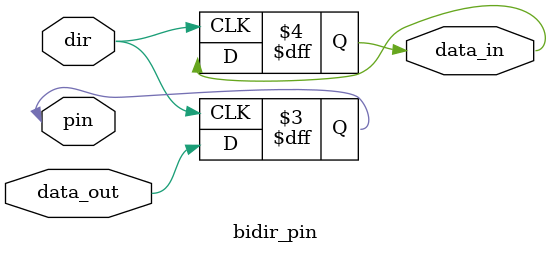
<source format=v>
module bidir_pin #(
    parameter WIDTH = 1
)(
    inout wire [WIDTH-1:0] pin,
    input wire dir,
    input wire [WIDTH-1:0] data_out,
    output reg [WIDTH-1:0] data_in
);
    always @(posedge dir)
        begin
            if(dir == 1'b1)
                pin <= data_out;
            else
                data_in <= pin;
        end
endmodule
</source>
